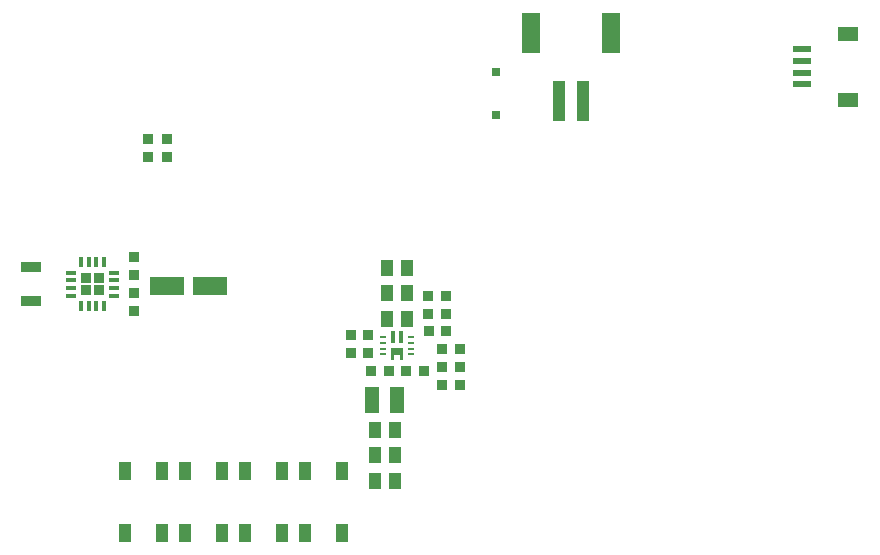
<source format=gbr>
%TF.GenerationSoftware,KiCad,Pcbnew,7.0.6*%
%TF.CreationDate,2023-11-02T08:51:56-04:00*%
%TF.ProjectId,destinationAutomation_v4.5,64657374-696e-4617-9469-6f6e4175746f,04.5*%
%TF.SameCoordinates,Original*%
%TF.FileFunction,Paste,Top*%
%TF.FilePolarity,Positive*%
%FSLAX46Y46*%
G04 Gerber Fmt 4.6, Leading zero omitted, Abs format (unit mm)*
G04 Created by KiCad (PCBNEW 7.0.6) date 2023-11-02 08:51:56*
%MOMM*%
%LPD*%
G01*
G04 APERTURE LIST*
G04 Aperture macros list*
%AMFreePoly0*
4,1,9,-0.250000,0.372500,0.250000,0.372500,0.250000,0.750000,0.500000,0.750000,0.500000,-0.250000,-0.500000,-0.250000,-0.500000,0.750000,-0.250000,0.750000,-0.250000,0.372500,-0.250000,0.372500,$1*%
G04 Aperture macros list end*
%ADD10R,1.000000X1.550000*%
%ADD11R,0.820000X0.929000*%
%ADD12R,0.970000X0.871000*%
%ADD13R,0.871000X0.970000*%
%ADD14R,1.500000X3.400000*%
%ADD15R,1.000000X3.500000*%
%ADD16R,1.115000X1.465000*%
%ADD17R,0.790000X0.760000*%
%ADD18R,0.929000X0.820000*%
%ADD19R,2.914000X1.579000*%
%ADD20R,1.800000X1.200000*%
%ADD21R,1.550000X0.600000*%
%ADD22R,0.550000X0.250000*%
%ADD23R,0.350000X1.000000*%
%ADD24FreePoly0,180.000000*%
%ADD25R,1.700000X0.900000*%
%ADD26R,0.814000X0.814000*%
%ADD27R,0.906000X0.337000*%
%ADD28R,0.337000X0.906000*%
%ADD29R,0.588000X0.588000*%
%ADD30R,1.185000X2.215000*%
G04 APERTURE END LIST*
D10*
%TO.C,SW5*%
X110795000Y-129625000D03*
X110795000Y-124375000D03*
X113995000Y-129625000D03*
X113995000Y-124375000D03*
%TD*%
D11*
%TO.C,R1*%
X123945000Y-114046000D03*
X122435000Y-114046000D03*
%TD*%
%TO.C,R3*%
X121292000Y-112522000D03*
X122802000Y-112522000D03*
%TD*%
D12*
%TO.C,C12*%
X96393000Y-109359000D03*
X96393000Y-110859000D03*
%TD*%
%TO.C,C14*%
X96393000Y-106311000D03*
X96393000Y-107811000D03*
%TD*%
D13*
%TO.C,C4*%
X116193000Y-114427000D03*
X114693000Y-114427000D03*
%TD*%
D12*
%TO.C,C7*%
X122809000Y-111113000D03*
X122809000Y-109613000D03*
%TD*%
D13*
%TO.C,C6*%
X122440000Y-117094000D03*
X123940000Y-117094000D03*
%TD*%
D12*
%TO.C,C8*%
X121285000Y-111113000D03*
X121285000Y-109613000D03*
%TD*%
D14*
%TO.C,J2*%
X136700000Y-87331000D03*
X130000000Y-87331000D03*
D15*
X134350000Y-93081000D03*
X132350000Y-93081000D03*
%TD*%
D16*
%TO.C,C9*%
X117768000Y-111506000D03*
X119468000Y-111506000D03*
%TD*%
%TO.C,C3*%
X116752000Y-125222000D03*
X118452000Y-125222000D03*
%TD*%
D11*
%TO.C,R4*%
X116198000Y-112903000D03*
X114688000Y-112903000D03*
%TD*%
%TO.C,R5*%
X119387000Y-115951000D03*
X120897000Y-115951000D03*
%TD*%
D16*
%TO.C,C1*%
X116752000Y-120904000D03*
X118452000Y-120904000D03*
%TD*%
D17*
%TO.C,D2*%
X127000000Y-94234000D03*
X127000000Y-90624000D03*
%TD*%
D18*
%TO.C,R7*%
X97536000Y-96273000D03*
X97536000Y-97783000D03*
%TD*%
D10*
%TO.C,SW2*%
X95555000Y-129625000D03*
X95555000Y-124375000D03*
X98755000Y-129625000D03*
X98755000Y-124375000D03*
%TD*%
D19*
%TO.C,C13*%
X99116000Y-108712000D03*
X102814000Y-108712000D03*
%TD*%
D20*
%TO.C,J3*%
X156815000Y-92970000D03*
X156815000Y-87370000D03*
D21*
X152940000Y-91670000D03*
X152940000Y-90670000D03*
X152940000Y-89670000D03*
X152940000Y-88670000D03*
%TD*%
D22*
%TO.C,U2*%
X119793000Y-114542000D03*
X119793000Y-114042000D03*
X119793000Y-113542000D03*
X119793000Y-113042000D03*
D23*
X118968000Y-113092000D03*
X118268000Y-113092000D03*
D22*
X117443000Y-113042000D03*
X117443000Y-113542000D03*
X117443000Y-114042000D03*
X117443000Y-114542000D03*
D24*
X118618000Y-114242000D03*
%TD*%
D25*
%TO.C,R6*%
X87630000Y-107135000D03*
X87630000Y-110035000D03*
%TD*%
D10*
%TO.C,SW4*%
X105715000Y-129625000D03*
X105715000Y-124375000D03*
X108915000Y-129625000D03*
X108915000Y-124375000D03*
%TD*%
%TO.C,SW3*%
X100635000Y-129625000D03*
X100635000Y-124375000D03*
X103835000Y-129625000D03*
X103835000Y-124375000D03*
%TD*%
D16*
%TO.C,C10*%
X117768000Y-109347000D03*
X119468000Y-109347000D03*
%TD*%
D18*
%TO.C,R8*%
X99187000Y-96273000D03*
X99187000Y-97783000D03*
%TD*%
D13*
%TO.C,C5*%
X117906000Y-115951000D03*
X116406000Y-115951000D03*
%TD*%
D16*
%TO.C,C11*%
X117768000Y-107188000D03*
X119468000Y-107188000D03*
%TD*%
D26*
%TO.C,U3*%
X93362000Y-108060000D03*
X92312000Y-108060000D03*
X93362000Y-109110000D03*
X92312000Y-109110000D03*
D27*
X91005000Y-107610000D03*
X91005000Y-108260000D03*
X91005000Y-108910000D03*
X91005000Y-109560000D03*
D28*
X91862000Y-110417000D03*
X92512000Y-110417000D03*
X93162000Y-110417000D03*
X93812000Y-110417000D03*
D27*
X94669000Y-109560000D03*
X94669000Y-108910000D03*
X94669000Y-108260000D03*
X94669000Y-107610000D03*
D28*
X93812000Y-106753000D03*
X93162000Y-106753000D03*
X92512000Y-106753000D03*
X91862000Y-106753000D03*
D29*
X93362000Y-108060000D03*
X92312000Y-108060000D03*
X93362000Y-109110000D03*
X92312000Y-109110000D03*
%TD*%
D16*
%TO.C,C2*%
X116752000Y-123063000D03*
X118452000Y-123063000D03*
%TD*%
D11*
%TO.C,R2*%
X122435000Y-115570000D03*
X123945000Y-115570000D03*
%TD*%
D30*
%TO.C,L1*%
X116488000Y-118364000D03*
X118618000Y-118364000D03*
%TD*%
M02*

</source>
